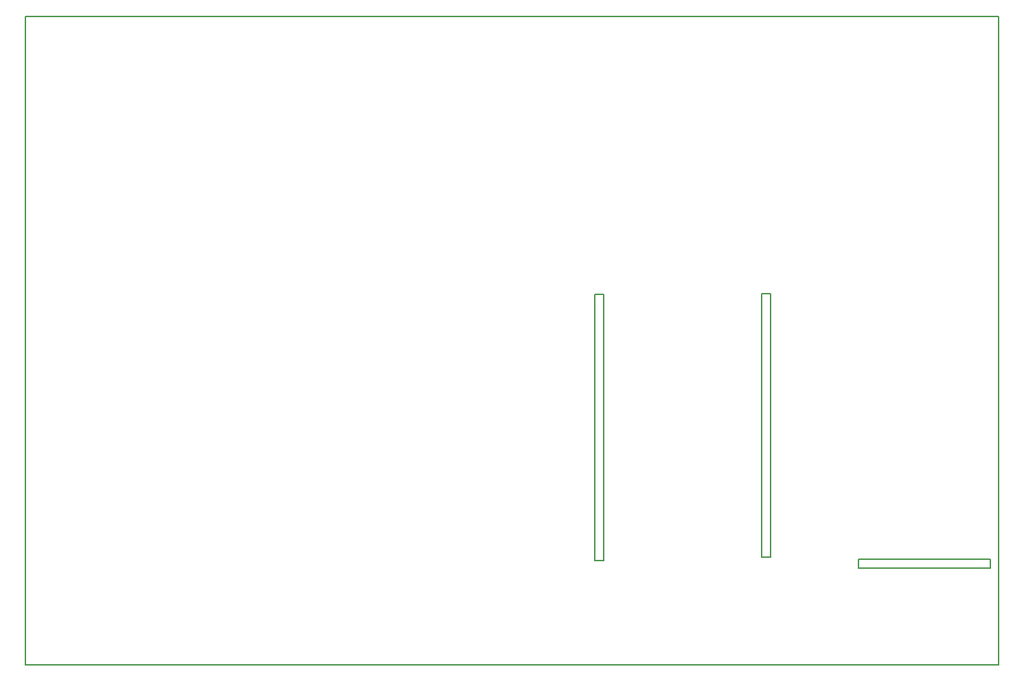
<source format=gbr>
<<<<<<< HEAD
G04 PROTEUS GERBER X2 FILE*
%TF.GenerationSoftware,Labcenter,Proteus,8.11-SP0-Build30052*%
%TF.CreationDate,2021-11-08T23:16:57+00:00*%
%TF.FileFunction,AssemblyDrawing,Bot*%
%TF.FilePolarity,Positive*%
%TF.Part,Single*%
%TF.SameCoordinates,{af5e3d67-cc9f-4e8b-9fcc-2bf036155207}*%
%FSLAX45Y45*%
%MOMM*%
G01*
%TA.AperFunction,Profile*%
%ADD49C,0.203200*%
%TD.AperFunction*%
D49*
X+10000Y+10000D02*
X+12010000Y+10000D01*
X+12010000Y+8010000D01*
X+10000Y+8010000D01*
X+10000Y+10000D01*
X+9090625Y+1343828D02*
X+9200625Y+1343828D01*
X+9200625Y+4593828D01*
X+9090625Y+4593828D01*
X+9090625Y+1343828D01*
X+7030625Y+1293828D02*
X+7140625Y+1293828D01*
X+7140625Y+4583828D01*
X+7030625Y+4583828D01*
X+7030625Y+1293828D01*
X+10285625Y+1208828D02*
X+11905625Y+1208828D01*
X+11905625Y+1318828D01*
X+10285625Y+1318828D01*
X+10285625Y+1208828D01*
M02*
=======
G04 PROTEUS GERBER X2 FILE*
%TF.GenerationSoftware,Labcenter,Proteus,8.11-SP0-Build30052*%
%TF.CreationDate,2021-11-08T23:16:57+00:00*%
%TF.FileFunction,AssemblyDrawing,Bot*%
%TF.FilePolarity,Positive*%
%TF.Part,Single*%
%TF.SameCoordinates,{af5e3d67-cc9f-4e8b-9fcc-2bf036155207}*%
%FSLAX45Y45*%
%MOMM*%
G01*
%TA.AperFunction,Profile*%
%ADD49C,0.203200*%
%TD.AperFunction*%
D49*
X+10000Y+10000D02*
X+12010000Y+10000D01*
X+12010000Y+8010000D01*
X+10000Y+8010000D01*
X+10000Y+10000D01*
X+9090625Y+1343828D02*
X+9200625Y+1343828D01*
X+9200625Y+4593828D01*
X+9090625Y+4593828D01*
X+9090625Y+1343828D01*
X+7030625Y+1293828D02*
X+7140625Y+1293828D01*
X+7140625Y+4583828D01*
X+7030625Y+4583828D01*
X+7030625Y+1293828D01*
X+10285625Y+1208828D02*
X+11905625Y+1208828D01*
X+11905625Y+1318828D01*
X+10285625Y+1318828D01*
X+10285625Y+1208828D01*
M02*
>>>>>>> ec84c6f (Update Firmware MQ135.)

</source>
